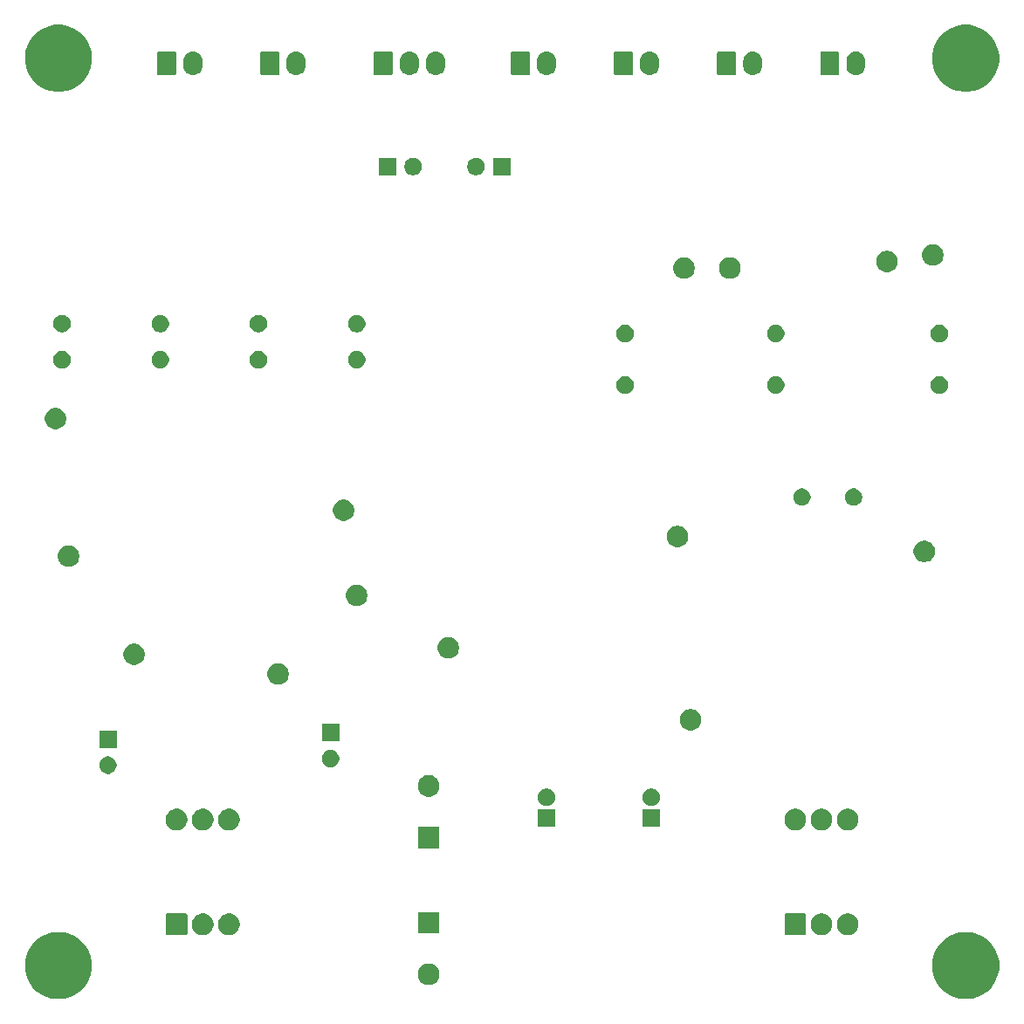
<source format=gbr>
G04 #@! TF.GenerationSoftware,KiCad,Pcbnew,5.1.4*
G04 #@! TF.CreationDate,2019-09-29T22:13:44-04:00*
G04 #@! TF.ProjectId,balanced_amplifier,62616c61-6e63-4656-945f-616d706c6966,1*
G04 #@! TF.SameCoordinates,Original*
G04 #@! TF.FileFunction,Soldermask,Bot*
G04 #@! TF.FilePolarity,Negative*
%FSLAX46Y46*%
G04 Gerber Fmt 4.6, Leading zero omitted, Abs format (unit mm)*
G04 Created by KiCad (PCBNEW 5.1.4) date 2019-09-29 22:13:44*
%MOMM*%
%LPD*%
G04 APERTURE LIST*
%ADD10C,0.100000*%
G04 APERTURE END LIST*
D10*
G36*
X170834239Y-118611467D02*
G01*
X171148282Y-118673934D01*
X171739926Y-118919001D01*
X172272392Y-119274784D01*
X172725216Y-119727608D01*
X173080999Y-120260074D01*
X173326066Y-120851718D01*
X173451000Y-121479804D01*
X173451000Y-122120196D01*
X173326066Y-122748282D01*
X173080999Y-123339926D01*
X172725216Y-123872392D01*
X172272392Y-124325216D01*
X171739926Y-124680999D01*
X171148282Y-124926066D01*
X170834239Y-124988533D01*
X170520197Y-125051000D01*
X169879803Y-125051000D01*
X169565761Y-124988533D01*
X169251718Y-124926066D01*
X168660074Y-124680999D01*
X168127608Y-124325216D01*
X167674784Y-123872392D01*
X167319001Y-123339926D01*
X167073934Y-122748282D01*
X166949000Y-122120196D01*
X166949000Y-121479804D01*
X167073934Y-120851718D01*
X167319001Y-120260074D01*
X167674784Y-119727608D01*
X168127608Y-119274784D01*
X168660074Y-118919001D01*
X169251718Y-118673934D01*
X169565761Y-118611467D01*
X169879803Y-118549000D01*
X170520197Y-118549000D01*
X170834239Y-118611467D01*
X170834239Y-118611467D01*
G37*
G36*
X82834239Y-118611467D02*
G01*
X83148282Y-118673934D01*
X83739926Y-118919001D01*
X84272392Y-119274784D01*
X84725216Y-119727608D01*
X85080999Y-120260074D01*
X85326066Y-120851718D01*
X85451000Y-121479804D01*
X85451000Y-122120196D01*
X85326066Y-122748282D01*
X85080999Y-123339926D01*
X84725216Y-123872392D01*
X84272392Y-124325216D01*
X83739926Y-124680999D01*
X83148282Y-124926066D01*
X82834239Y-124988533D01*
X82520197Y-125051000D01*
X81879803Y-125051000D01*
X81565761Y-124988533D01*
X81251718Y-124926066D01*
X80660074Y-124680999D01*
X80127608Y-124325216D01*
X79674784Y-123872392D01*
X79319001Y-123339926D01*
X79073934Y-122748282D01*
X78949000Y-122120196D01*
X78949000Y-121479804D01*
X79073934Y-120851718D01*
X79319001Y-120260074D01*
X79674784Y-119727608D01*
X80127608Y-119274784D01*
X80660074Y-118919001D01*
X81251718Y-118673934D01*
X81565761Y-118611467D01*
X81879803Y-118549000D01*
X82520197Y-118549000D01*
X82834239Y-118611467D01*
X82834239Y-118611467D01*
G37*
G36*
X118416564Y-121629389D02*
G01*
X118607833Y-121708615D01*
X118607835Y-121708616D01*
X118779973Y-121823635D01*
X118926365Y-121970027D01*
X119026705Y-122120196D01*
X119041385Y-122142167D01*
X119120611Y-122333436D01*
X119161000Y-122536484D01*
X119161000Y-122743516D01*
X119120611Y-122946564D01*
X119041385Y-123137833D01*
X119041384Y-123137835D01*
X118926365Y-123309973D01*
X118779973Y-123456365D01*
X118607835Y-123571384D01*
X118607834Y-123571385D01*
X118607833Y-123571385D01*
X118416564Y-123650611D01*
X118213516Y-123691000D01*
X118006484Y-123691000D01*
X117803436Y-123650611D01*
X117612167Y-123571385D01*
X117612166Y-123571385D01*
X117612165Y-123571384D01*
X117440027Y-123456365D01*
X117293635Y-123309973D01*
X117178616Y-123137835D01*
X117178615Y-123137833D01*
X117099389Y-122946564D01*
X117059000Y-122743516D01*
X117059000Y-122536484D01*
X117099389Y-122333436D01*
X117178615Y-122142167D01*
X117193296Y-122120196D01*
X117293635Y-121970027D01*
X117440027Y-121823635D01*
X117612165Y-121708616D01*
X117612167Y-121708615D01*
X117803436Y-121629389D01*
X118006484Y-121589000D01*
X118213516Y-121589000D01*
X118416564Y-121629389D01*
X118416564Y-121629389D01*
G37*
G36*
X154574852Y-116752840D02*
G01*
X154606443Y-116762423D01*
X154635557Y-116777985D01*
X154661074Y-116798926D01*
X154682015Y-116824443D01*
X154697577Y-116853557D01*
X154707160Y-116885148D01*
X154711000Y-116924140D01*
X154711000Y-118675860D01*
X154707160Y-118714852D01*
X154697577Y-118746443D01*
X154682015Y-118775557D01*
X154661074Y-118801074D01*
X154635557Y-118822015D01*
X154606443Y-118837577D01*
X154574852Y-118847160D01*
X154535860Y-118851000D01*
X152784140Y-118851000D01*
X152745148Y-118847160D01*
X152713557Y-118837577D01*
X152684443Y-118822015D01*
X152658926Y-118801074D01*
X152637985Y-118775557D01*
X152622423Y-118746443D01*
X152612840Y-118714852D01*
X152609000Y-118675860D01*
X152609000Y-116924140D01*
X152612840Y-116885148D01*
X152622423Y-116853557D01*
X152637985Y-116824443D01*
X152658926Y-116798926D01*
X152684443Y-116777985D01*
X152713557Y-116762423D01*
X152745148Y-116752840D01*
X152784140Y-116749000D01*
X154535860Y-116749000D01*
X154574852Y-116752840D01*
X154574852Y-116752840D01*
G37*
G36*
X99046564Y-116789389D02*
G01*
X99230974Y-116865774D01*
X99237835Y-116868616D01*
X99301566Y-116911200D01*
X99409973Y-116983635D01*
X99556365Y-117130027D01*
X99671385Y-117302167D01*
X99750611Y-117493436D01*
X99791000Y-117696484D01*
X99791000Y-117903516D01*
X99750611Y-118106564D01*
X99671385Y-118297833D01*
X99671384Y-118297835D01*
X99556365Y-118469973D01*
X99409973Y-118616365D01*
X99237835Y-118731384D01*
X99237834Y-118731385D01*
X99237833Y-118731385D01*
X99046564Y-118810611D01*
X98843516Y-118851000D01*
X98636484Y-118851000D01*
X98433436Y-118810611D01*
X98242167Y-118731385D01*
X98242166Y-118731385D01*
X98242165Y-118731384D01*
X98070027Y-118616365D01*
X97923635Y-118469973D01*
X97808616Y-118297835D01*
X97808615Y-118297833D01*
X97729389Y-118106564D01*
X97689000Y-117903516D01*
X97689000Y-117696484D01*
X97729389Y-117493436D01*
X97808615Y-117302167D01*
X97923635Y-117130027D01*
X98070027Y-116983635D01*
X98178434Y-116911200D01*
X98242165Y-116868616D01*
X98249026Y-116865774D01*
X98433436Y-116789389D01*
X98636484Y-116749000D01*
X98843516Y-116749000D01*
X99046564Y-116789389D01*
X99046564Y-116789389D01*
G37*
G36*
X96506564Y-116789389D02*
G01*
X96690974Y-116865774D01*
X96697835Y-116868616D01*
X96761566Y-116911200D01*
X96869973Y-116983635D01*
X97016365Y-117130027D01*
X97131385Y-117302167D01*
X97210611Y-117493436D01*
X97251000Y-117696484D01*
X97251000Y-117903516D01*
X97210611Y-118106564D01*
X97131385Y-118297833D01*
X97131384Y-118297835D01*
X97016365Y-118469973D01*
X96869973Y-118616365D01*
X96697835Y-118731384D01*
X96697834Y-118731385D01*
X96697833Y-118731385D01*
X96506564Y-118810611D01*
X96303516Y-118851000D01*
X96096484Y-118851000D01*
X95893436Y-118810611D01*
X95702167Y-118731385D01*
X95702166Y-118731385D01*
X95702165Y-118731384D01*
X95530027Y-118616365D01*
X95383635Y-118469973D01*
X95268616Y-118297835D01*
X95268615Y-118297833D01*
X95189389Y-118106564D01*
X95149000Y-117903516D01*
X95149000Y-117696484D01*
X95189389Y-117493436D01*
X95268615Y-117302167D01*
X95383635Y-117130027D01*
X95530027Y-116983635D01*
X95638434Y-116911200D01*
X95702165Y-116868616D01*
X95709026Y-116865774D01*
X95893436Y-116789389D01*
X96096484Y-116749000D01*
X96303516Y-116749000D01*
X96506564Y-116789389D01*
X96506564Y-116789389D01*
G37*
G36*
X94574852Y-116752840D02*
G01*
X94606443Y-116762423D01*
X94635557Y-116777985D01*
X94661074Y-116798926D01*
X94682015Y-116824443D01*
X94697577Y-116853557D01*
X94707160Y-116885148D01*
X94711000Y-116924140D01*
X94711000Y-118675860D01*
X94707160Y-118714852D01*
X94697577Y-118746443D01*
X94682015Y-118775557D01*
X94661074Y-118801074D01*
X94635557Y-118822015D01*
X94606443Y-118837577D01*
X94574852Y-118847160D01*
X94535860Y-118851000D01*
X92784140Y-118851000D01*
X92745148Y-118847160D01*
X92713557Y-118837577D01*
X92684443Y-118822015D01*
X92658926Y-118801074D01*
X92637985Y-118775557D01*
X92622423Y-118746443D01*
X92612840Y-118714852D01*
X92609000Y-118675860D01*
X92609000Y-116924140D01*
X92612840Y-116885148D01*
X92622423Y-116853557D01*
X92637985Y-116824443D01*
X92658926Y-116798926D01*
X92684443Y-116777985D01*
X92713557Y-116762423D01*
X92745148Y-116752840D01*
X92784140Y-116749000D01*
X94535860Y-116749000D01*
X94574852Y-116752840D01*
X94574852Y-116752840D01*
G37*
G36*
X156506564Y-116789389D02*
G01*
X156690974Y-116865774D01*
X156697835Y-116868616D01*
X156761566Y-116911200D01*
X156869973Y-116983635D01*
X157016365Y-117130027D01*
X157131385Y-117302167D01*
X157210611Y-117493436D01*
X157251000Y-117696484D01*
X157251000Y-117903516D01*
X157210611Y-118106564D01*
X157131385Y-118297833D01*
X157131384Y-118297835D01*
X157016365Y-118469973D01*
X156869973Y-118616365D01*
X156697835Y-118731384D01*
X156697834Y-118731385D01*
X156697833Y-118731385D01*
X156506564Y-118810611D01*
X156303516Y-118851000D01*
X156096484Y-118851000D01*
X155893436Y-118810611D01*
X155702167Y-118731385D01*
X155702166Y-118731385D01*
X155702165Y-118731384D01*
X155530027Y-118616365D01*
X155383635Y-118469973D01*
X155268616Y-118297835D01*
X155268615Y-118297833D01*
X155189389Y-118106564D01*
X155149000Y-117903516D01*
X155149000Y-117696484D01*
X155189389Y-117493436D01*
X155268615Y-117302167D01*
X155383635Y-117130027D01*
X155530027Y-116983635D01*
X155638434Y-116911200D01*
X155702165Y-116868616D01*
X155709026Y-116865774D01*
X155893436Y-116789389D01*
X156096484Y-116749000D01*
X156303516Y-116749000D01*
X156506564Y-116789389D01*
X156506564Y-116789389D01*
G37*
G36*
X159046564Y-116789389D02*
G01*
X159230974Y-116865774D01*
X159237835Y-116868616D01*
X159301566Y-116911200D01*
X159409973Y-116983635D01*
X159556365Y-117130027D01*
X159671385Y-117302167D01*
X159750611Y-117493436D01*
X159791000Y-117696484D01*
X159791000Y-117903516D01*
X159750611Y-118106564D01*
X159671385Y-118297833D01*
X159671384Y-118297835D01*
X159556365Y-118469973D01*
X159409973Y-118616365D01*
X159237835Y-118731384D01*
X159237834Y-118731385D01*
X159237833Y-118731385D01*
X159046564Y-118810611D01*
X158843516Y-118851000D01*
X158636484Y-118851000D01*
X158433436Y-118810611D01*
X158242167Y-118731385D01*
X158242166Y-118731385D01*
X158242165Y-118731384D01*
X158070027Y-118616365D01*
X157923635Y-118469973D01*
X157808616Y-118297835D01*
X157808615Y-118297833D01*
X157729389Y-118106564D01*
X157689000Y-117903516D01*
X157689000Y-117696484D01*
X157729389Y-117493436D01*
X157808615Y-117302167D01*
X157923635Y-117130027D01*
X158070027Y-116983635D01*
X158178434Y-116911200D01*
X158242165Y-116868616D01*
X158249026Y-116865774D01*
X158433436Y-116789389D01*
X158636484Y-116749000D01*
X158843516Y-116749000D01*
X159046564Y-116789389D01*
X159046564Y-116789389D01*
G37*
G36*
X119161000Y-118691000D02*
G01*
X117059000Y-118691000D01*
X117059000Y-116589000D01*
X119161000Y-116589000D01*
X119161000Y-118691000D01*
X119161000Y-118691000D01*
G37*
G36*
X119161000Y-110436000D02*
G01*
X117059000Y-110436000D01*
X117059000Y-108334000D01*
X119161000Y-108334000D01*
X119161000Y-110436000D01*
X119161000Y-110436000D01*
G37*
G36*
X153966564Y-106629389D02*
G01*
X154157833Y-106708615D01*
X154157835Y-106708616D01*
X154329973Y-106823635D01*
X154476365Y-106970027D01*
X154591385Y-107142167D01*
X154670611Y-107333436D01*
X154711000Y-107536484D01*
X154711000Y-107743516D01*
X154670611Y-107946564D01*
X154591385Y-108137833D01*
X154591384Y-108137835D01*
X154476365Y-108309973D01*
X154329973Y-108456365D01*
X154157835Y-108571384D01*
X154157834Y-108571385D01*
X154157833Y-108571385D01*
X153966564Y-108650611D01*
X153763516Y-108691000D01*
X153556484Y-108691000D01*
X153353436Y-108650611D01*
X153162167Y-108571385D01*
X153162166Y-108571385D01*
X153162165Y-108571384D01*
X152990027Y-108456365D01*
X152843635Y-108309973D01*
X152728616Y-108137835D01*
X152728615Y-108137833D01*
X152649389Y-107946564D01*
X152609000Y-107743516D01*
X152609000Y-107536484D01*
X152649389Y-107333436D01*
X152728615Y-107142167D01*
X152843635Y-106970027D01*
X152990027Y-106823635D01*
X153162165Y-106708616D01*
X153162167Y-106708615D01*
X153353436Y-106629389D01*
X153556484Y-106589000D01*
X153763516Y-106589000D01*
X153966564Y-106629389D01*
X153966564Y-106629389D01*
G37*
G36*
X159046564Y-106629389D02*
G01*
X159237833Y-106708615D01*
X159237835Y-106708616D01*
X159409973Y-106823635D01*
X159556365Y-106970027D01*
X159671385Y-107142167D01*
X159750611Y-107333436D01*
X159791000Y-107536484D01*
X159791000Y-107743516D01*
X159750611Y-107946564D01*
X159671385Y-108137833D01*
X159671384Y-108137835D01*
X159556365Y-108309973D01*
X159409973Y-108456365D01*
X159237835Y-108571384D01*
X159237834Y-108571385D01*
X159237833Y-108571385D01*
X159046564Y-108650611D01*
X158843516Y-108691000D01*
X158636484Y-108691000D01*
X158433436Y-108650611D01*
X158242167Y-108571385D01*
X158242166Y-108571385D01*
X158242165Y-108571384D01*
X158070027Y-108456365D01*
X157923635Y-108309973D01*
X157808616Y-108137835D01*
X157808615Y-108137833D01*
X157729389Y-107946564D01*
X157689000Y-107743516D01*
X157689000Y-107536484D01*
X157729389Y-107333436D01*
X157808615Y-107142167D01*
X157923635Y-106970027D01*
X158070027Y-106823635D01*
X158242165Y-106708616D01*
X158242167Y-106708615D01*
X158433436Y-106629389D01*
X158636484Y-106589000D01*
X158843516Y-106589000D01*
X159046564Y-106629389D01*
X159046564Y-106629389D01*
G37*
G36*
X93966564Y-106629389D02*
G01*
X94157833Y-106708615D01*
X94157835Y-106708616D01*
X94329973Y-106823635D01*
X94476365Y-106970027D01*
X94591385Y-107142167D01*
X94670611Y-107333436D01*
X94711000Y-107536484D01*
X94711000Y-107743516D01*
X94670611Y-107946564D01*
X94591385Y-108137833D01*
X94591384Y-108137835D01*
X94476365Y-108309973D01*
X94329973Y-108456365D01*
X94157835Y-108571384D01*
X94157834Y-108571385D01*
X94157833Y-108571385D01*
X93966564Y-108650611D01*
X93763516Y-108691000D01*
X93556484Y-108691000D01*
X93353436Y-108650611D01*
X93162167Y-108571385D01*
X93162166Y-108571385D01*
X93162165Y-108571384D01*
X92990027Y-108456365D01*
X92843635Y-108309973D01*
X92728616Y-108137835D01*
X92728615Y-108137833D01*
X92649389Y-107946564D01*
X92609000Y-107743516D01*
X92609000Y-107536484D01*
X92649389Y-107333436D01*
X92728615Y-107142167D01*
X92843635Y-106970027D01*
X92990027Y-106823635D01*
X93162165Y-106708616D01*
X93162167Y-106708615D01*
X93353436Y-106629389D01*
X93556484Y-106589000D01*
X93763516Y-106589000D01*
X93966564Y-106629389D01*
X93966564Y-106629389D01*
G37*
G36*
X99046564Y-106629389D02*
G01*
X99237833Y-106708615D01*
X99237835Y-106708616D01*
X99409973Y-106823635D01*
X99556365Y-106970027D01*
X99671385Y-107142167D01*
X99750611Y-107333436D01*
X99791000Y-107536484D01*
X99791000Y-107743516D01*
X99750611Y-107946564D01*
X99671385Y-108137833D01*
X99671384Y-108137835D01*
X99556365Y-108309973D01*
X99409973Y-108456365D01*
X99237835Y-108571384D01*
X99237834Y-108571385D01*
X99237833Y-108571385D01*
X99046564Y-108650611D01*
X98843516Y-108691000D01*
X98636484Y-108691000D01*
X98433436Y-108650611D01*
X98242167Y-108571385D01*
X98242166Y-108571385D01*
X98242165Y-108571384D01*
X98070027Y-108456365D01*
X97923635Y-108309973D01*
X97808616Y-108137835D01*
X97808615Y-108137833D01*
X97729389Y-107946564D01*
X97689000Y-107743516D01*
X97689000Y-107536484D01*
X97729389Y-107333436D01*
X97808615Y-107142167D01*
X97923635Y-106970027D01*
X98070027Y-106823635D01*
X98242165Y-106708616D01*
X98242167Y-106708615D01*
X98433436Y-106629389D01*
X98636484Y-106589000D01*
X98843516Y-106589000D01*
X99046564Y-106629389D01*
X99046564Y-106629389D01*
G37*
G36*
X96506564Y-106629389D02*
G01*
X96697833Y-106708615D01*
X96697835Y-106708616D01*
X96869973Y-106823635D01*
X97016365Y-106970027D01*
X97131385Y-107142167D01*
X97210611Y-107333436D01*
X97251000Y-107536484D01*
X97251000Y-107743516D01*
X97210611Y-107946564D01*
X97131385Y-108137833D01*
X97131384Y-108137835D01*
X97016365Y-108309973D01*
X96869973Y-108456365D01*
X96697835Y-108571384D01*
X96697834Y-108571385D01*
X96697833Y-108571385D01*
X96506564Y-108650611D01*
X96303516Y-108691000D01*
X96096484Y-108691000D01*
X95893436Y-108650611D01*
X95702167Y-108571385D01*
X95702166Y-108571385D01*
X95702165Y-108571384D01*
X95530027Y-108456365D01*
X95383635Y-108309973D01*
X95268616Y-108137835D01*
X95268615Y-108137833D01*
X95189389Y-107946564D01*
X95149000Y-107743516D01*
X95149000Y-107536484D01*
X95189389Y-107333436D01*
X95268615Y-107142167D01*
X95383635Y-106970027D01*
X95530027Y-106823635D01*
X95702165Y-106708616D01*
X95702167Y-106708615D01*
X95893436Y-106629389D01*
X96096484Y-106589000D01*
X96303516Y-106589000D01*
X96506564Y-106629389D01*
X96506564Y-106629389D01*
G37*
G36*
X156506564Y-106629389D02*
G01*
X156697833Y-106708615D01*
X156697835Y-106708616D01*
X156869973Y-106823635D01*
X157016365Y-106970027D01*
X157131385Y-107142167D01*
X157210611Y-107333436D01*
X157251000Y-107536484D01*
X157251000Y-107743516D01*
X157210611Y-107946564D01*
X157131385Y-108137833D01*
X157131384Y-108137835D01*
X157016365Y-108309973D01*
X156869973Y-108456365D01*
X156697835Y-108571384D01*
X156697834Y-108571385D01*
X156697833Y-108571385D01*
X156506564Y-108650611D01*
X156303516Y-108691000D01*
X156096484Y-108691000D01*
X155893436Y-108650611D01*
X155702167Y-108571385D01*
X155702166Y-108571385D01*
X155702165Y-108571384D01*
X155530027Y-108456365D01*
X155383635Y-108309973D01*
X155268616Y-108137835D01*
X155268615Y-108137833D01*
X155189389Y-107946564D01*
X155149000Y-107743516D01*
X155149000Y-107536484D01*
X155189389Y-107333436D01*
X155268615Y-107142167D01*
X155383635Y-106970027D01*
X155530027Y-106823635D01*
X155702165Y-106708616D01*
X155702167Y-106708615D01*
X155893436Y-106629389D01*
X156096484Y-106589000D01*
X156303516Y-106589000D01*
X156506564Y-106629389D01*
X156506564Y-106629389D01*
G37*
G36*
X130391000Y-108331000D02*
G01*
X128689000Y-108331000D01*
X128689000Y-106629000D01*
X130391000Y-106629000D01*
X130391000Y-108331000D01*
X130391000Y-108331000D01*
G37*
G36*
X140551000Y-108331000D02*
G01*
X138849000Y-108331000D01*
X138849000Y-106629000D01*
X140551000Y-106629000D01*
X140551000Y-108331000D01*
X140551000Y-108331000D01*
G37*
G36*
X139948228Y-104661703D02*
G01*
X140103100Y-104725853D01*
X140242481Y-104818985D01*
X140361015Y-104937519D01*
X140454147Y-105076900D01*
X140518297Y-105231772D01*
X140551000Y-105396184D01*
X140551000Y-105563816D01*
X140518297Y-105728228D01*
X140454147Y-105883100D01*
X140361015Y-106022481D01*
X140242481Y-106141015D01*
X140103100Y-106234147D01*
X139948228Y-106298297D01*
X139783816Y-106331000D01*
X139616184Y-106331000D01*
X139451772Y-106298297D01*
X139296900Y-106234147D01*
X139157519Y-106141015D01*
X139038985Y-106022481D01*
X138945853Y-105883100D01*
X138881703Y-105728228D01*
X138849000Y-105563816D01*
X138849000Y-105396184D01*
X138881703Y-105231772D01*
X138945853Y-105076900D01*
X139038985Y-104937519D01*
X139157519Y-104818985D01*
X139296900Y-104725853D01*
X139451772Y-104661703D01*
X139616184Y-104629000D01*
X139783816Y-104629000D01*
X139948228Y-104661703D01*
X139948228Y-104661703D01*
G37*
G36*
X129788228Y-104661703D02*
G01*
X129943100Y-104725853D01*
X130082481Y-104818985D01*
X130201015Y-104937519D01*
X130294147Y-105076900D01*
X130358297Y-105231772D01*
X130391000Y-105396184D01*
X130391000Y-105563816D01*
X130358297Y-105728228D01*
X130294147Y-105883100D01*
X130201015Y-106022481D01*
X130082481Y-106141015D01*
X129943100Y-106234147D01*
X129788228Y-106298297D01*
X129623816Y-106331000D01*
X129456184Y-106331000D01*
X129291772Y-106298297D01*
X129136900Y-106234147D01*
X128997519Y-106141015D01*
X128878985Y-106022481D01*
X128785853Y-105883100D01*
X128721703Y-105728228D01*
X128689000Y-105563816D01*
X128689000Y-105396184D01*
X128721703Y-105231772D01*
X128785853Y-105076900D01*
X128878985Y-104937519D01*
X128997519Y-104818985D01*
X129136900Y-104725853D01*
X129291772Y-104661703D01*
X129456184Y-104629000D01*
X129623816Y-104629000D01*
X129788228Y-104661703D01*
X129788228Y-104661703D01*
G37*
G36*
X118416564Y-103374389D02*
G01*
X118607833Y-103453615D01*
X118607835Y-103453616D01*
X118779973Y-103568635D01*
X118926365Y-103715027D01*
X119041385Y-103887167D01*
X119120611Y-104078436D01*
X119161000Y-104281484D01*
X119161000Y-104488516D01*
X119120611Y-104691564D01*
X119041385Y-104882833D01*
X119041384Y-104882835D01*
X118926365Y-105054973D01*
X118779973Y-105201365D01*
X118607835Y-105316384D01*
X118607834Y-105316385D01*
X118607833Y-105316385D01*
X118416564Y-105395611D01*
X118213516Y-105436000D01*
X118006484Y-105436000D01*
X117803436Y-105395611D01*
X117612167Y-105316385D01*
X117612166Y-105316385D01*
X117612165Y-105316384D01*
X117440027Y-105201365D01*
X117293635Y-105054973D01*
X117178616Y-104882835D01*
X117178615Y-104882833D01*
X117099389Y-104691564D01*
X117059000Y-104488516D01*
X117059000Y-104281484D01*
X117099389Y-104078436D01*
X117178615Y-103887167D01*
X117293635Y-103715027D01*
X117440027Y-103568635D01*
X117612165Y-103453616D01*
X117612167Y-103453615D01*
X117803436Y-103374389D01*
X118006484Y-103334000D01*
X118213516Y-103334000D01*
X118416564Y-103374389D01*
X118416564Y-103374389D01*
G37*
G36*
X87243228Y-101541703D02*
G01*
X87398100Y-101605853D01*
X87537481Y-101698985D01*
X87656015Y-101817519D01*
X87749147Y-101956900D01*
X87813297Y-102111772D01*
X87846000Y-102276184D01*
X87846000Y-102443816D01*
X87813297Y-102608228D01*
X87749147Y-102763100D01*
X87656015Y-102902481D01*
X87537481Y-103021015D01*
X87398100Y-103114147D01*
X87243228Y-103178297D01*
X87078816Y-103211000D01*
X86911184Y-103211000D01*
X86746772Y-103178297D01*
X86591900Y-103114147D01*
X86452519Y-103021015D01*
X86333985Y-102902481D01*
X86240853Y-102763100D01*
X86176703Y-102608228D01*
X86144000Y-102443816D01*
X86144000Y-102276184D01*
X86176703Y-102111772D01*
X86240853Y-101956900D01*
X86333985Y-101817519D01*
X86452519Y-101698985D01*
X86591900Y-101605853D01*
X86746772Y-101541703D01*
X86911184Y-101509000D01*
X87078816Y-101509000D01*
X87243228Y-101541703D01*
X87243228Y-101541703D01*
G37*
G36*
X108833228Y-100906703D02*
G01*
X108988100Y-100970853D01*
X109127481Y-101063985D01*
X109246015Y-101182519D01*
X109339147Y-101321900D01*
X109403297Y-101476772D01*
X109436000Y-101641184D01*
X109436000Y-101808816D01*
X109403297Y-101973228D01*
X109339147Y-102128100D01*
X109246015Y-102267481D01*
X109127481Y-102386015D01*
X108988100Y-102479147D01*
X108833228Y-102543297D01*
X108668816Y-102576000D01*
X108501184Y-102576000D01*
X108336772Y-102543297D01*
X108181900Y-102479147D01*
X108042519Y-102386015D01*
X107923985Y-102267481D01*
X107830853Y-102128100D01*
X107766703Y-101973228D01*
X107734000Y-101808816D01*
X107734000Y-101641184D01*
X107766703Y-101476772D01*
X107830853Y-101321900D01*
X107923985Y-101182519D01*
X108042519Y-101063985D01*
X108181900Y-100970853D01*
X108336772Y-100906703D01*
X108501184Y-100874000D01*
X108668816Y-100874000D01*
X108833228Y-100906703D01*
X108833228Y-100906703D01*
G37*
G36*
X87846000Y-100711000D02*
G01*
X86144000Y-100711000D01*
X86144000Y-99009000D01*
X87846000Y-99009000D01*
X87846000Y-100711000D01*
X87846000Y-100711000D01*
G37*
G36*
X109436000Y-100076000D02*
G01*
X107734000Y-100076000D01*
X107734000Y-98374000D01*
X109436000Y-98374000D01*
X109436000Y-100076000D01*
X109436000Y-100076000D01*
G37*
G36*
X143816564Y-96944389D02*
G01*
X144007833Y-97023615D01*
X144007835Y-97023616D01*
X144179973Y-97138635D01*
X144326365Y-97285027D01*
X144441385Y-97457167D01*
X144520611Y-97648436D01*
X144561000Y-97851484D01*
X144561000Y-98058516D01*
X144520611Y-98261564D01*
X144441385Y-98452833D01*
X144441384Y-98452835D01*
X144326365Y-98624973D01*
X144179973Y-98771365D01*
X144007835Y-98886384D01*
X144007834Y-98886385D01*
X144007833Y-98886385D01*
X143816564Y-98965611D01*
X143613516Y-99006000D01*
X143406484Y-99006000D01*
X143203436Y-98965611D01*
X143012167Y-98886385D01*
X143012166Y-98886385D01*
X143012165Y-98886384D01*
X142840027Y-98771365D01*
X142693635Y-98624973D01*
X142578616Y-98452835D01*
X142578615Y-98452833D01*
X142499389Y-98261564D01*
X142459000Y-98058516D01*
X142459000Y-97851484D01*
X142499389Y-97648436D01*
X142578615Y-97457167D01*
X142693635Y-97285027D01*
X142840027Y-97138635D01*
X143012165Y-97023616D01*
X143012167Y-97023615D01*
X143203436Y-96944389D01*
X143406484Y-96904000D01*
X143613516Y-96904000D01*
X143816564Y-96944389D01*
X143816564Y-96944389D01*
G37*
G36*
X103811564Y-92499389D02*
G01*
X103900880Y-92536385D01*
X104002835Y-92578616D01*
X104058200Y-92615610D01*
X104174973Y-92693635D01*
X104321365Y-92840027D01*
X104436385Y-93012167D01*
X104515611Y-93203436D01*
X104556000Y-93406484D01*
X104556000Y-93613516D01*
X104515611Y-93816564D01*
X104436385Y-94007833D01*
X104436384Y-94007835D01*
X104321365Y-94179973D01*
X104174973Y-94326365D01*
X104002835Y-94441384D01*
X104002834Y-94441385D01*
X104002833Y-94441385D01*
X103811564Y-94520611D01*
X103608516Y-94561000D01*
X103401484Y-94561000D01*
X103198436Y-94520611D01*
X103007167Y-94441385D01*
X103007166Y-94441385D01*
X103007165Y-94441384D01*
X102835027Y-94326365D01*
X102688635Y-94179973D01*
X102573616Y-94007835D01*
X102573615Y-94007833D01*
X102494389Y-93816564D01*
X102454000Y-93613516D01*
X102454000Y-93406484D01*
X102494389Y-93203436D01*
X102573615Y-93012167D01*
X102688635Y-92840027D01*
X102835027Y-92693635D01*
X102951800Y-92615610D01*
X103007165Y-92578616D01*
X103109120Y-92536385D01*
X103198436Y-92499389D01*
X103401484Y-92459000D01*
X103608516Y-92459000D01*
X103811564Y-92499389D01*
X103811564Y-92499389D01*
G37*
G36*
X89841564Y-90594389D02*
G01*
X90032833Y-90673615D01*
X90032835Y-90673616D01*
X90204973Y-90788635D01*
X90351365Y-90935027D01*
X90466385Y-91107167D01*
X90545611Y-91298436D01*
X90586000Y-91501484D01*
X90586000Y-91708516D01*
X90545611Y-91911564D01*
X90500281Y-92021000D01*
X90466384Y-92102835D01*
X90351365Y-92274973D01*
X90204973Y-92421365D01*
X90032835Y-92536384D01*
X90032834Y-92536385D01*
X90032833Y-92536385D01*
X89841564Y-92615611D01*
X89638516Y-92656000D01*
X89431484Y-92656000D01*
X89228436Y-92615611D01*
X89037167Y-92536385D01*
X89037166Y-92536385D01*
X89037165Y-92536384D01*
X88865027Y-92421365D01*
X88718635Y-92274973D01*
X88603616Y-92102835D01*
X88569719Y-92021000D01*
X88524389Y-91911564D01*
X88484000Y-91708516D01*
X88484000Y-91501484D01*
X88524389Y-91298436D01*
X88603615Y-91107167D01*
X88718635Y-90935027D01*
X88865027Y-90788635D01*
X89037165Y-90673616D01*
X89037167Y-90673615D01*
X89228436Y-90594389D01*
X89431484Y-90554000D01*
X89638516Y-90554000D01*
X89841564Y-90594389D01*
X89841564Y-90594389D01*
G37*
G36*
X120321564Y-89959389D02*
G01*
X120512833Y-90038615D01*
X120512835Y-90038616D01*
X120684973Y-90153635D01*
X120831365Y-90300027D01*
X120946385Y-90472167D01*
X121025611Y-90663436D01*
X121066000Y-90866484D01*
X121066000Y-91073516D01*
X121025611Y-91276564D01*
X121016551Y-91298436D01*
X120946384Y-91467835D01*
X120831365Y-91639973D01*
X120684973Y-91786365D01*
X120512835Y-91901384D01*
X120512834Y-91901385D01*
X120512833Y-91901385D01*
X120321564Y-91980611D01*
X120118516Y-92021000D01*
X119911484Y-92021000D01*
X119708436Y-91980611D01*
X119517167Y-91901385D01*
X119517166Y-91901385D01*
X119517165Y-91901384D01*
X119345027Y-91786365D01*
X119198635Y-91639973D01*
X119083616Y-91467835D01*
X119013449Y-91298436D01*
X119004389Y-91276564D01*
X118964000Y-91073516D01*
X118964000Y-90866484D01*
X119004389Y-90663436D01*
X119083615Y-90472167D01*
X119198635Y-90300027D01*
X119345027Y-90153635D01*
X119517165Y-90038616D01*
X119517167Y-90038615D01*
X119708436Y-89959389D01*
X119911484Y-89919000D01*
X120118516Y-89919000D01*
X120321564Y-89959389D01*
X120321564Y-89959389D01*
G37*
G36*
X111431564Y-84879389D02*
G01*
X111622833Y-84958615D01*
X111622835Y-84958616D01*
X111794973Y-85073635D01*
X111941365Y-85220027D01*
X112056385Y-85392167D01*
X112135611Y-85583436D01*
X112176000Y-85786484D01*
X112176000Y-85993516D01*
X112135611Y-86196564D01*
X112056385Y-86387833D01*
X112056384Y-86387835D01*
X111941365Y-86559973D01*
X111794973Y-86706365D01*
X111622835Y-86821384D01*
X111622834Y-86821385D01*
X111622833Y-86821385D01*
X111431564Y-86900611D01*
X111228516Y-86941000D01*
X111021484Y-86941000D01*
X110818436Y-86900611D01*
X110627167Y-86821385D01*
X110627166Y-86821385D01*
X110627165Y-86821384D01*
X110455027Y-86706365D01*
X110308635Y-86559973D01*
X110193616Y-86387835D01*
X110193615Y-86387833D01*
X110114389Y-86196564D01*
X110074000Y-85993516D01*
X110074000Y-85786484D01*
X110114389Y-85583436D01*
X110193615Y-85392167D01*
X110308635Y-85220027D01*
X110455027Y-85073635D01*
X110627165Y-84958616D01*
X110627167Y-84958615D01*
X110818436Y-84879389D01*
X111021484Y-84839000D01*
X111228516Y-84839000D01*
X111431564Y-84879389D01*
X111431564Y-84879389D01*
G37*
G36*
X83491564Y-81069389D02*
G01*
X83682833Y-81148615D01*
X83682835Y-81148616D01*
X83854973Y-81263635D01*
X84001365Y-81410027D01*
X84072499Y-81516486D01*
X84116385Y-81582167D01*
X84195611Y-81773436D01*
X84236000Y-81976484D01*
X84236000Y-82183516D01*
X84195611Y-82386564D01*
X84127340Y-82551385D01*
X84116384Y-82577835D01*
X84001365Y-82749973D01*
X83854973Y-82896365D01*
X83682835Y-83011384D01*
X83682834Y-83011385D01*
X83682833Y-83011385D01*
X83491564Y-83090611D01*
X83288516Y-83131000D01*
X83081484Y-83131000D01*
X82878436Y-83090611D01*
X82687167Y-83011385D01*
X82687166Y-83011385D01*
X82687165Y-83011384D01*
X82515027Y-82896365D01*
X82368635Y-82749973D01*
X82253616Y-82577835D01*
X82242660Y-82551385D01*
X82174389Y-82386564D01*
X82134000Y-82183516D01*
X82134000Y-81976484D01*
X82174389Y-81773436D01*
X82253615Y-81582167D01*
X82297502Y-81516486D01*
X82368635Y-81410027D01*
X82515027Y-81263635D01*
X82687165Y-81148616D01*
X82687167Y-81148615D01*
X82878436Y-81069389D01*
X83081484Y-81029000D01*
X83288516Y-81029000D01*
X83491564Y-81069389D01*
X83491564Y-81069389D01*
G37*
G36*
X166486564Y-80609389D02*
G01*
X166677833Y-80688615D01*
X166677835Y-80688616D01*
X166849973Y-80803635D01*
X166996365Y-80950027D01*
X167111385Y-81122167D01*
X167190611Y-81313436D01*
X167231000Y-81516484D01*
X167231000Y-81723516D01*
X167190611Y-81926564D01*
X167111385Y-82117833D01*
X167111384Y-82117835D01*
X166996365Y-82289973D01*
X166849973Y-82436365D01*
X166677835Y-82551384D01*
X166677834Y-82551385D01*
X166677833Y-82551385D01*
X166486564Y-82630611D01*
X166283516Y-82671000D01*
X166076484Y-82671000D01*
X165873436Y-82630611D01*
X165682167Y-82551385D01*
X165682166Y-82551385D01*
X165682165Y-82551384D01*
X165510027Y-82436365D01*
X165363635Y-82289973D01*
X165248616Y-82117835D01*
X165248615Y-82117833D01*
X165169389Y-81926564D01*
X165129000Y-81723516D01*
X165129000Y-81516484D01*
X165169389Y-81313436D01*
X165248615Y-81122167D01*
X165363635Y-80950027D01*
X165510027Y-80803635D01*
X165682165Y-80688616D01*
X165682167Y-80688615D01*
X165873436Y-80609389D01*
X166076484Y-80569000D01*
X166283516Y-80569000D01*
X166486564Y-80609389D01*
X166486564Y-80609389D01*
G37*
G36*
X142546564Y-79164389D02*
G01*
X142737833Y-79243615D01*
X142737835Y-79243616D01*
X142909973Y-79358635D01*
X143056365Y-79505027D01*
X143171385Y-79677167D01*
X143250611Y-79868436D01*
X143291000Y-80071484D01*
X143291000Y-80278516D01*
X143250611Y-80481564D01*
X143214394Y-80569000D01*
X143171384Y-80672835D01*
X143056365Y-80844973D01*
X142909973Y-80991365D01*
X142737835Y-81106384D01*
X142737834Y-81106385D01*
X142737833Y-81106385D01*
X142546564Y-81185611D01*
X142343516Y-81226000D01*
X142136484Y-81226000D01*
X141933436Y-81185611D01*
X141742167Y-81106385D01*
X141742166Y-81106385D01*
X141742165Y-81106384D01*
X141570027Y-80991365D01*
X141423635Y-80844973D01*
X141308616Y-80672835D01*
X141265606Y-80569000D01*
X141229389Y-80481564D01*
X141189000Y-80278516D01*
X141189000Y-80071484D01*
X141229389Y-79868436D01*
X141308615Y-79677167D01*
X141423635Y-79505027D01*
X141570027Y-79358635D01*
X141742165Y-79243616D01*
X141742167Y-79243615D01*
X141933436Y-79164389D01*
X142136484Y-79124000D01*
X142343516Y-79124000D01*
X142546564Y-79164389D01*
X142546564Y-79164389D01*
G37*
G36*
X110161564Y-76624389D02*
G01*
X110352833Y-76703615D01*
X110352835Y-76703616D01*
X110524973Y-76818635D01*
X110671365Y-76965027D01*
X110774345Y-77119147D01*
X110786385Y-77137167D01*
X110865611Y-77328436D01*
X110906000Y-77531484D01*
X110906000Y-77738516D01*
X110865611Y-77941564D01*
X110786385Y-78132833D01*
X110786384Y-78132835D01*
X110671365Y-78304973D01*
X110524973Y-78451365D01*
X110352835Y-78566384D01*
X110352834Y-78566385D01*
X110352833Y-78566385D01*
X110161564Y-78645611D01*
X109958516Y-78686000D01*
X109751484Y-78686000D01*
X109548436Y-78645611D01*
X109357167Y-78566385D01*
X109357166Y-78566385D01*
X109357165Y-78566384D01*
X109185027Y-78451365D01*
X109038635Y-78304973D01*
X108923616Y-78132835D01*
X108923615Y-78132833D01*
X108844389Y-77941564D01*
X108804000Y-77738516D01*
X108804000Y-77531484D01*
X108844389Y-77328436D01*
X108923615Y-77137167D01*
X108935656Y-77119147D01*
X109038635Y-76965027D01*
X109185027Y-76818635D01*
X109357165Y-76703616D01*
X109357167Y-76703615D01*
X109548436Y-76624389D01*
X109751484Y-76584000D01*
X109958516Y-76584000D01*
X110161564Y-76624389D01*
X110161564Y-76624389D01*
G37*
G36*
X154553228Y-75546703D02*
G01*
X154708100Y-75610853D01*
X154847481Y-75703985D01*
X154966015Y-75822519D01*
X155059147Y-75961900D01*
X155123297Y-76116772D01*
X155156000Y-76281184D01*
X155156000Y-76448816D01*
X155123297Y-76613228D01*
X155059147Y-76768100D01*
X154966015Y-76907481D01*
X154847481Y-77026015D01*
X154708100Y-77119147D01*
X154553228Y-77183297D01*
X154388816Y-77216000D01*
X154221184Y-77216000D01*
X154056772Y-77183297D01*
X153901900Y-77119147D01*
X153762519Y-77026015D01*
X153643985Y-76907481D01*
X153550853Y-76768100D01*
X153486703Y-76613228D01*
X153454000Y-76448816D01*
X153454000Y-76281184D01*
X153486703Y-76116772D01*
X153550853Y-75961900D01*
X153643985Y-75822519D01*
X153762519Y-75703985D01*
X153901900Y-75610853D01*
X154056772Y-75546703D01*
X154221184Y-75514000D01*
X154388816Y-75514000D01*
X154553228Y-75546703D01*
X154553228Y-75546703D01*
G37*
G36*
X159553228Y-75546703D02*
G01*
X159708100Y-75610853D01*
X159847481Y-75703985D01*
X159966015Y-75822519D01*
X160059147Y-75961900D01*
X160123297Y-76116772D01*
X160156000Y-76281184D01*
X160156000Y-76448816D01*
X160123297Y-76613228D01*
X160059147Y-76768100D01*
X159966015Y-76907481D01*
X159847481Y-77026015D01*
X159708100Y-77119147D01*
X159553228Y-77183297D01*
X159388816Y-77216000D01*
X159221184Y-77216000D01*
X159056772Y-77183297D01*
X158901900Y-77119147D01*
X158762519Y-77026015D01*
X158643985Y-76907481D01*
X158550853Y-76768100D01*
X158486703Y-76613228D01*
X158454000Y-76448816D01*
X158454000Y-76281184D01*
X158486703Y-76116772D01*
X158550853Y-75961900D01*
X158643985Y-75822519D01*
X158762519Y-75703985D01*
X158901900Y-75610853D01*
X159056772Y-75546703D01*
X159221184Y-75514000D01*
X159388816Y-75514000D01*
X159553228Y-75546703D01*
X159553228Y-75546703D01*
G37*
G36*
X82221564Y-67734389D02*
G01*
X82412833Y-67813615D01*
X82412835Y-67813616D01*
X82584973Y-67928635D01*
X82731365Y-68075027D01*
X82846385Y-68247167D01*
X82925611Y-68438436D01*
X82966000Y-68641484D01*
X82966000Y-68848516D01*
X82925611Y-69051564D01*
X82846385Y-69242833D01*
X82846384Y-69242835D01*
X82731365Y-69414973D01*
X82584973Y-69561365D01*
X82412835Y-69676384D01*
X82412834Y-69676385D01*
X82412833Y-69676385D01*
X82221564Y-69755611D01*
X82018516Y-69796000D01*
X81811484Y-69796000D01*
X81608436Y-69755611D01*
X81417167Y-69676385D01*
X81417166Y-69676385D01*
X81417165Y-69676384D01*
X81245027Y-69561365D01*
X81098635Y-69414973D01*
X80983616Y-69242835D01*
X80983615Y-69242833D01*
X80904389Y-69051564D01*
X80864000Y-68848516D01*
X80864000Y-68641484D01*
X80904389Y-68438436D01*
X80983615Y-68247167D01*
X81098635Y-68075027D01*
X81245027Y-67928635D01*
X81417165Y-67813616D01*
X81417167Y-67813615D01*
X81608436Y-67734389D01*
X81811484Y-67694000D01*
X82018516Y-67694000D01*
X82221564Y-67734389D01*
X82221564Y-67734389D01*
G37*
G36*
X137408228Y-64671703D02*
G01*
X137563100Y-64735853D01*
X137702481Y-64828985D01*
X137821015Y-64947519D01*
X137914147Y-65086900D01*
X137978297Y-65241772D01*
X138011000Y-65406184D01*
X138011000Y-65573816D01*
X137978297Y-65738228D01*
X137914147Y-65893100D01*
X137821015Y-66032481D01*
X137702481Y-66151015D01*
X137563100Y-66244147D01*
X137408228Y-66308297D01*
X137243816Y-66341000D01*
X137076184Y-66341000D01*
X136911772Y-66308297D01*
X136756900Y-66244147D01*
X136617519Y-66151015D01*
X136498985Y-66032481D01*
X136405853Y-65893100D01*
X136341703Y-65738228D01*
X136309000Y-65573816D01*
X136309000Y-65406184D01*
X136341703Y-65241772D01*
X136405853Y-65086900D01*
X136498985Y-64947519D01*
X136617519Y-64828985D01*
X136756900Y-64735853D01*
X136911772Y-64671703D01*
X137076184Y-64639000D01*
X137243816Y-64639000D01*
X137408228Y-64671703D01*
X137408228Y-64671703D01*
G37*
G36*
X152013228Y-64671703D02*
G01*
X152168100Y-64735853D01*
X152307481Y-64828985D01*
X152426015Y-64947519D01*
X152519147Y-65086900D01*
X152583297Y-65241772D01*
X152616000Y-65406184D01*
X152616000Y-65573816D01*
X152583297Y-65738228D01*
X152519147Y-65893100D01*
X152426015Y-66032481D01*
X152307481Y-66151015D01*
X152168100Y-66244147D01*
X152013228Y-66308297D01*
X151848816Y-66341000D01*
X151681184Y-66341000D01*
X151516772Y-66308297D01*
X151361900Y-66244147D01*
X151222519Y-66151015D01*
X151103985Y-66032481D01*
X151010853Y-65893100D01*
X150946703Y-65738228D01*
X150914000Y-65573816D01*
X150914000Y-65406184D01*
X150946703Y-65241772D01*
X151010853Y-65086900D01*
X151103985Y-64947519D01*
X151222519Y-64828985D01*
X151361900Y-64735853D01*
X151516772Y-64671703D01*
X151681184Y-64639000D01*
X151848816Y-64639000D01*
X152013228Y-64671703D01*
X152013228Y-64671703D01*
G37*
G36*
X167888228Y-64671703D02*
G01*
X168043100Y-64735853D01*
X168182481Y-64828985D01*
X168301015Y-64947519D01*
X168394147Y-65086900D01*
X168458297Y-65241772D01*
X168491000Y-65406184D01*
X168491000Y-65573816D01*
X168458297Y-65738228D01*
X168394147Y-65893100D01*
X168301015Y-66032481D01*
X168182481Y-66151015D01*
X168043100Y-66244147D01*
X167888228Y-66308297D01*
X167723816Y-66341000D01*
X167556184Y-66341000D01*
X167391772Y-66308297D01*
X167236900Y-66244147D01*
X167097519Y-66151015D01*
X166978985Y-66032481D01*
X166885853Y-65893100D01*
X166821703Y-65738228D01*
X166789000Y-65573816D01*
X166789000Y-65406184D01*
X166821703Y-65241772D01*
X166885853Y-65086900D01*
X166978985Y-64947519D01*
X167097519Y-64828985D01*
X167236900Y-64735853D01*
X167391772Y-64671703D01*
X167556184Y-64639000D01*
X167723816Y-64639000D01*
X167888228Y-64671703D01*
X167888228Y-64671703D01*
G37*
G36*
X111373228Y-62211703D02*
G01*
X111528100Y-62275853D01*
X111667481Y-62368985D01*
X111786015Y-62487519D01*
X111879147Y-62626900D01*
X111943297Y-62781772D01*
X111976000Y-62946184D01*
X111976000Y-63113816D01*
X111943297Y-63278228D01*
X111879147Y-63433100D01*
X111786015Y-63572481D01*
X111667481Y-63691015D01*
X111528100Y-63784147D01*
X111373228Y-63848297D01*
X111208816Y-63881000D01*
X111041184Y-63881000D01*
X110876772Y-63848297D01*
X110721900Y-63784147D01*
X110582519Y-63691015D01*
X110463985Y-63572481D01*
X110370853Y-63433100D01*
X110306703Y-63278228D01*
X110274000Y-63113816D01*
X110274000Y-62946184D01*
X110306703Y-62781772D01*
X110370853Y-62626900D01*
X110463985Y-62487519D01*
X110582519Y-62368985D01*
X110721900Y-62275853D01*
X110876772Y-62211703D01*
X111041184Y-62179000D01*
X111208816Y-62179000D01*
X111373228Y-62211703D01*
X111373228Y-62211703D01*
G37*
G36*
X82798228Y-62211703D02*
G01*
X82953100Y-62275853D01*
X83092481Y-62368985D01*
X83211015Y-62487519D01*
X83304147Y-62626900D01*
X83368297Y-62781772D01*
X83401000Y-62946184D01*
X83401000Y-63113816D01*
X83368297Y-63278228D01*
X83304147Y-63433100D01*
X83211015Y-63572481D01*
X83092481Y-63691015D01*
X82953100Y-63784147D01*
X82798228Y-63848297D01*
X82633816Y-63881000D01*
X82466184Y-63881000D01*
X82301772Y-63848297D01*
X82146900Y-63784147D01*
X82007519Y-63691015D01*
X81888985Y-63572481D01*
X81795853Y-63433100D01*
X81731703Y-63278228D01*
X81699000Y-63113816D01*
X81699000Y-62946184D01*
X81731703Y-62781772D01*
X81795853Y-62626900D01*
X81888985Y-62487519D01*
X82007519Y-62368985D01*
X82146900Y-62275853D01*
X82301772Y-62211703D01*
X82466184Y-62179000D01*
X82633816Y-62179000D01*
X82798228Y-62211703D01*
X82798228Y-62211703D01*
G37*
G36*
X92323228Y-62211703D02*
G01*
X92478100Y-62275853D01*
X92617481Y-62368985D01*
X92736015Y-62487519D01*
X92829147Y-62626900D01*
X92893297Y-62781772D01*
X92926000Y-62946184D01*
X92926000Y-63113816D01*
X92893297Y-63278228D01*
X92829147Y-63433100D01*
X92736015Y-63572481D01*
X92617481Y-63691015D01*
X92478100Y-63784147D01*
X92323228Y-63848297D01*
X92158816Y-63881000D01*
X91991184Y-63881000D01*
X91826772Y-63848297D01*
X91671900Y-63784147D01*
X91532519Y-63691015D01*
X91413985Y-63572481D01*
X91320853Y-63433100D01*
X91256703Y-63278228D01*
X91224000Y-63113816D01*
X91224000Y-62946184D01*
X91256703Y-62781772D01*
X91320853Y-62626900D01*
X91413985Y-62487519D01*
X91532519Y-62368985D01*
X91671900Y-62275853D01*
X91826772Y-62211703D01*
X91991184Y-62179000D01*
X92158816Y-62179000D01*
X92323228Y-62211703D01*
X92323228Y-62211703D01*
G37*
G36*
X101848228Y-62211703D02*
G01*
X102003100Y-62275853D01*
X102142481Y-62368985D01*
X102261015Y-62487519D01*
X102354147Y-62626900D01*
X102418297Y-62781772D01*
X102451000Y-62946184D01*
X102451000Y-63113816D01*
X102418297Y-63278228D01*
X102354147Y-63433100D01*
X102261015Y-63572481D01*
X102142481Y-63691015D01*
X102003100Y-63784147D01*
X101848228Y-63848297D01*
X101683816Y-63881000D01*
X101516184Y-63881000D01*
X101351772Y-63848297D01*
X101196900Y-63784147D01*
X101057519Y-63691015D01*
X100938985Y-63572481D01*
X100845853Y-63433100D01*
X100781703Y-63278228D01*
X100749000Y-63113816D01*
X100749000Y-62946184D01*
X100781703Y-62781772D01*
X100845853Y-62626900D01*
X100938985Y-62487519D01*
X101057519Y-62368985D01*
X101196900Y-62275853D01*
X101351772Y-62211703D01*
X101516184Y-62179000D01*
X101683816Y-62179000D01*
X101848228Y-62211703D01*
X101848228Y-62211703D01*
G37*
G36*
X152013228Y-59671703D02*
G01*
X152168100Y-59735853D01*
X152307481Y-59828985D01*
X152426015Y-59947519D01*
X152519147Y-60086900D01*
X152583297Y-60241772D01*
X152616000Y-60406184D01*
X152616000Y-60573816D01*
X152583297Y-60738228D01*
X152519147Y-60893100D01*
X152426015Y-61032481D01*
X152307481Y-61151015D01*
X152168100Y-61244147D01*
X152013228Y-61308297D01*
X151848816Y-61341000D01*
X151681184Y-61341000D01*
X151516772Y-61308297D01*
X151361900Y-61244147D01*
X151222519Y-61151015D01*
X151103985Y-61032481D01*
X151010853Y-60893100D01*
X150946703Y-60738228D01*
X150914000Y-60573816D01*
X150914000Y-60406184D01*
X150946703Y-60241772D01*
X151010853Y-60086900D01*
X151103985Y-59947519D01*
X151222519Y-59828985D01*
X151361900Y-59735853D01*
X151516772Y-59671703D01*
X151681184Y-59639000D01*
X151848816Y-59639000D01*
X152013228Y-59671703D01*
X152013228Y-59671703D01*
G37*
G36*
X167888228Y-59671703D02*
G01*
X168043100Y-59735853D01*
X168182481Y-59828985D01*
X168301015Y-59947519D01*
X168394147Y-60086900D01*
X168458297Y-60241772D01*
X168491000Y-60406184D01*
X168491000Y-60573816D01*
X168458297Y-60738228D01*
X168394147Y-60893100D01*
X168301015Y-61032481D01*
X168182481Y-61151015D01*
X168043100Y-61244147D01*
X167888228Y-61308297D01*
X167723816Y-61341000D01*
X167556184Y-61341000D01*
X167391772Y-61308297D01*
X167236900Y-61244147D01*
X167097519Y-61151015D01*
X166978985Y-61032481D01*
X166885853Y-60893100D01*
X166821703Y-60738228D01*
X166789000Y-60573816D01*
X166789000Y-60406184D01*
X166821703Y-60241772D01*
X166885853Y-60086900D01*
X166978985Y-59947519D01*
X167097519Y-59828985D01*
X167236900Y-59735853D01*
X167391772Y-59671703D01*
X167556184Y-59639000D01*
X167723816Y-59639000D01*
X167888228Y-59671703D01*
X167888228Y-59671703D01*
G37*
G36*
X137408228Y-59671703D02*
G01*
X137563100Y-59735853D01*
X137702481Y-59828985D01*
X137821015Y-59947519D01*
X137914147Y-60086900D01*
X137978297Y-60241772D01*
X138011000Y-60406184D01*
X138011000Y-60573816D01*
X137978297Y-60738228D01*
X137914147Y-60893100D01*
X137821015Y-61032481D01*
X137702481Y-61151015D01*
X137563100Y-61244147D01*
X137408228Y-61308297D01*
X137243816Y-61341000D01*
X137076184Y-61341000D01*
X136911772Y-61308297D01*
X136756900Y-61244147D01*
X136617519Y-61151015D01*
X136498985Y-61032481D01*
X136405853Y-60893100D01*
X136341703Y-60738228D01*
X136309000Y-60573816D01*
X136309000Y-60406184D01*
X136341703Y-60241772D01*
X136405853Y-60086900D01*
X136498985Y-59947519D01*
X136617519Y-59828985D01*
X136756900Y-59735853D01*
X136911772Y-59671703D01*
X137076184Y-59639000D01*
X137243816Y-59639000D01*
X137408228Y-59671703D01*
X137408228Y-59671703D01*
G37*
G36*
X82798228Y-58711703D02*
G01*
X82953100Y-58775853D01*
X83092481Y-58868985D01*
X83211015Y-58987519D01*
X83304147Y-59126900D01*
X83368297Y-59281772D01*
X83401000Y-59446184D01*
X83401000Y-59613816D01*
X83368297Y-59778228D01*
X83304147Y-59933100D01*
X83211015Y-60072481D01*
X83092481Y-60191015D01*
X82953100Y-60284147D01*
X82798228Y-60348297D01*
X82633816Y-60381000D01*
X82466184Y-60381000D01*
X82301772Y-60348297D01*
X82146900Y-60284147D01*
X82007519Y-60191015D01*
X81888985Y-60072481D01*
X81795853Y-59933100D01*
X81731703Y-59778228D01*
X81699000Y-59613816D01*
X81699000Y-59446184D01*
X81731703Y-59281772D01*
X81795853Y-59126900D01*
X81888985Y-58987519D01*
X82007519Y-58868985D01*
X82146900Y-58775853D01*
X82301772Y-58711703D01*
X82466184Y-58679000D01*
X82633816Y-58679000D01*
X82798228Y-58711703D01*
X82798228Y-58711703D01*
G37*
G36*
X92323228Y-58711703D02*
G01*
X92478100Y-58775853D01*
X92617481Y-58868985D01*
X92736015Y-58987519D01*
X92829147Y-59126900D01*
X92893297Y-59281772D01*
X92926000Y-59446184D01*
X92926000Y-59613816D01*
X92893297Y-59778228D01*
X92829147Y-59933100D01*
X92736015Y-60072481D01*
X92617481Y-60191015D01*
X92478100Y-60284147D01*
X92323228Y-60348297D01*
X92158816Y-60381000D01*
X91991184Y-60381000D01*
X91826772Y-60348297D01*
X91671900Y-60284147D01*
X91532519Y-60191015D01*
X91413985Y-60072481D01*
X91320853Y-59933100D01*
X91256703Y-59778228D01*
X91224000Y-59613816D01*
X91224000Y-59446184D01*
X91256703Y-59281772D01*
X91320853Y-59126900D01*
X91413985Y-58987519D01*
X91532519Y-58868985D01*
X91671900Y-58775853D01*
X91826772Y-58711703D01*
X91991184Y-58679000D01*
X92158816Y-58679000D01*
X92323228Y-58711703D01*
X92323228Y-58711703D01*
G37*
G36*
X101848228Y-58711703D02*
G01*
X102003100Y-58775853D01*
X102142481Y-58868985D01*
X102261015Y-58987519D01*
X102354147Y-59126900D01*
X102418297Y-59281772D01*
X102451000Y-59446184D01*
X102451000Y-59613816D01*
X102418297Y-59778228D01*
X102354147Y-59933100D01*
X102261015Y-60072481D01*
X102142481Y-60191015D01*
X102003100Y-60284147D01*
X101848228Y-60348297D01*
X101683816Y-60381000D01*
X101516184Y-60381000D01*
X101351772Y-60348297D01*
X101196900Y-60284147D01*
X101057519Y-60191015D01*
X100938985Y-60072481D01*
X100845853Y-59933100D01*
X100781703Y-59778228D01*
X100749000Y-59613816D01*
X100749000Y-59446184D01*
X100781703Y-59281772D01*
X100845853Y-59126900D01*
X100938985Y-58987519D01*
X101057519Y-58868985D01*
X101196900Y-58775853D01*
X101351772Y-58711703D01*
X101516184Y-58679000D01*
X101683816Y-58679000D01*
X101848228Y-58711703D01*
X101848228Y-58711703D01*
G37*
G36*
X111373228Y-58711703D02*
G01*
X111528100Y-58775853D01*
X111667481Y-58868985D01*
X111786015Y-58987519D01*
X111879147Y-59126900D01*
X111943297Y-59281772D01*
X111976000Y-59446184D01*
X111976000Y-59613816D01*
X111943297Y-59778228D01*
X111879147Y-59933100D01*
X111786015Y-60072481D01*
X111667481Y-60191015D01*
X111528100Y-60284147D01*
X111373228Y-60348297D01*
X111208816Y-60381000D01*
X111041184Y-60381000D01*
X110876772Y-60348297D01*
X110721900Y-60284147D01*
X110582519Y-60191015D01*
X110463985Y-60072481D01*
X110370853Y-59933100D01*
X110306703Y-59778228D01*
X110274000Y-59613816D01*
X110274000Y-59446184D01*
X110306703Y-59281772D01*
X110370853Y-59126900D01*
X110463985Y-58987519D01*
X110582519Y-58868985D01*
X110721900Y-58775853D01*
X110876772Y-58711703D01*
X111041184Y-58679000D01*
X111208816Y-58679000D01*
X111373228Y-58711703D01*
X111373228Y-58711703D01*
G37*
G36*
X147626564Y-53129389D02*
G01*
X147817833Y-53208615D01*
X147817835Y-53208616D01*
X147989973Y-53323635D01*
X148136365Y-53470027D01*
X148251385Y-53642167D01*
X148330611Y-53833436D01*
X148371000Y-54036484D01*
X148371000Y-54243516D01*
X148330611Y-54446564D01*
X148285281Y-54556000D01*
X148251384Y-54637835D01*
X148136365Y-54809973D01*
X147989973Y-54956365D01*
X147817835Y-55071384D01*
X147817834Y-55071385D01*
X147817833Y-55071385D01*
X147626564Y-55150611D01*
X147423516Y-55191000D01*
X147216484Y-55191000D01*
X147013436Y-55150611D01*
X146822167Y-55071385D01*
X146822166Y-55071385D01*
X146822165Y-55071384D01*
X146650027Y-54956365D01*
X146503635Y-54809973D01*
X146388616Y-54637835D01*
X146354719Y-54556000D01*
X146309389Y-54446564D01*
X146269000Y-54243516D01*
X146269000Y-54036484D01*
X146309389Y-53833436D01*
X146388615Y-53642167D01*
X146503635Y-53470027D01*
X146650027Y-53323635D01*
X146822165Y-53208616D01*
X146822167Y-53208615D01*
X147013436Y-53129389D01*
X147216484Y-53089000D01*
X147423516Y-53089000D01*
X147626564Y-53129389D01*
X147626564Y-53129389D01*
G37*
G36*
X143181564Y-53129389D02*
G01*
X143372833Y-53208615D01*
X143372835Y-53208616D01*
X143544973Y-53323635D01*
X143691365Y-53470027D01*
X143806385Y-53642167D01*
X143885611Y-53833436D01*
X143926000Y-54036484D01*
X143926000Y-54243516D01*
X143885611Y-54446564D01*
X143840281Y-54556000D01*
X143806384Y-54637835D01*
X143691365Y-54809973D01*
X143544973Y-54956365D01*
X143372835Y-55071384D01*
X143372834Y-55071385D01*
X143372833Y-55071385D01*
X143181564Y-55150611D01*
X142978516Y-55191000D01*
X142771484Y-55191000D01*
X142568436Y-55150611D01*
X142377167Y-55071385D01*
X142377166Y-55071385D01*
X142377165Y-55071384D01*
X142205027Y-54956365D01*
X142058635Y-54809973D01*
X141943616Y-54637835D01*
X141909719Y-54556000D01*
X141864389Y-54446564D01*
X141824000Y-54243516D01*
X141824000Y-54036484D01*
X141864389Y-53833436D01*
X141943615Y-53642167D01*
X142058635Y-53470027D01*
X142205027Y-53323635D01*
X142377165Y-53208616D01*
X142377167Y-53208615D01*
X142568436Y-53129389D01*
X142771484Y-53089000D01*
X142978516Y-53089000D01*
X143181564Y-53129389D01*
X143181564Y-53129389D01*
G37*
G36*
X162866564Y-52494389D02*
G01*
X163057833Y-52573615D01*
X163057835Y-52573616D01*
X163229973Y-52688635D01*
X163376365Y-52835027D01*
X163491385Y-53007167D01*
X163570611Y-53198436D01*
X163611000Y-53401484D01*
X163611000Y-53608516D01*
X163570611Y-53811564D01*
X163525281Y-53921000D01*
X163491384Y-54002835D01*
X163376365Y-54174973D01*
X163229973Y-54321365D01*
X163057835Y-54436384D01*
X163057834Y-54436385D01*
X163057833Y-54436385D01*
X162866564Y-54515611D01*
X162663516Y-54556000D01*
X162456484Y-54556000D01*
X162253436Y-54515611D01*
X162062167Y-54436385D01*
X162062166Y-54436385D01*
X162062165Y-54436384D01*
X161890027Y-54321365D01*
X161743635Y-54174973D01*
X161628616Y-54002835D01*
X161594719Y-53921000D01*
X161549389Y-53811564D01*
X161509000Y-53608516D01*
X161509000Y-53401484D01*
X161549389Y-53198436D01*
X161628615Y-53007167D01*
X161743635Y-52835027D01*
X161890027Y-52688635D01*
X162062165Y-52573616D01*
X162062167Y-52573615D01*
X162253436Y-52494389D01*
X162456484Y-52454000D01*
X162663516Y-52454000D01*
X162866564Y-52494389D01*
X162866564Y-52494389D01*
G37*
G36*
X167311564Y-51859389D02*
G01*
X167502833Y-51938615D01*
X167502835Y-51938616D01*
X167674973Y-52053635D01*
X167821365Y-52200027D01*
X167936385Y-52372167D01*
X168015611Y-52563436D01*
X168056000Y-52766484D01*
X168056000Y-52973516D01*
X168015611Y-53176564D01*
X167954692Y-53323635D01*
X167936384Y-53367835D01*
X167821365Y-53539973D01*
X167674973Y-53686365D01*
X167502835Y-53801384D01*
X167502834Y-53801385D01*
X167502833Y-53801385D01*
X167311564Y-53880611D01*
X167108516Y-53921000D01*
X166901484Y-53921000D01*
X166698436Y-53880611D01*
X166507167Y-53801385D01*
X166507166Y-53801385D01*
X166507165Y-53801384D01*
X166335027Y-53686365D01*
X166188635Y-53539973D01*
X166073616Y-53367835D01*
X166055308Y-53323635D01*
X165994389Y-53176564D01*
X165954000Y-52973516D01*
X165954000Y-52766484D01*
X165994389Y-52563436D01*
X166073615Y-52372167D01*
X166188635Y-52200027D01*
X166335027Y-52053635D01*
X166507165Y-51938616D01*
X166507167Y-51938615D01*
X166698436Y-51859389D01*
X166901484Y-51819000D01*
X167108516Y-51819000D01*
X167311564Y-51859389D01*
X167311564Y-51859389D01*
G37*
G36*
X116848228Y-43481703D02*
G01*
X117003100Y-43545853D01*
X117142481Y-43638985D01*
X117261015Y-43757519D01*
X117354147Y-43896900D01*
X117418297Y-44051772D01*
X117451000Y-44216184D01*
X117451000Y-44383816D01*
X117418297Y-44548228D01*
X117354147Y-44703100D01*
X117261015Y-44842481D01*
X117142481Y-44961015D01*
X117003100Y-45054147D01*
X116848228Y-45118297D01*
X116683816Y-45151000D01*
X116516184Y-45151000D01*
X116351772Y-45118297D01*
X116196900Y-45054147D01*
X116057519Y-44961015D01*
X115938985Y-44842481D01*
X115845853Y-44703100D01*
X115781703Y-44548228D01*
X115749000Y-44383816D01*
X115749000Y-44216184D01*
X115781703Y-44051772D01*
X115845853Y-43896900D01*
X115938985Y-43757519D01*
X116057519Y-43638985D01*
X116196900Y-43545853D01*
X116351772Y-43481703D01*
X116516184Y-43449000D01*
X116683816Y-43449000D01*
X116848228Y-43481703D01*
X116848228Y-43481703D01*
G37*
G36*
X122948228Y-43481703D02*
G01*
X123103100Y-43545853D01*
X123242481Y-43638985D01*
X123361015Y-43757519D01*
X123454147Y-43896900D01*
X123518297Y-44051772D01*
X123551000Y-44216184D01*
X123551000Y-44383816D01*
X123518297Y-44548228D01*
X123454147Y-44703100D01*
X123361015Y-44842481D01*
X123242481Y-44961015D01*
X123103100Y-45054147D01*
X122948228Y-45118297D01*
X122783816Y-45151000D01*
X122616184Y-45151000D01*
X122451772Y-45118297D01*
X122296900Y-45054147D01*
X122157519Y-44961015D01*
X122038985Y-44842481D01*
X121945853Y-44703100D01*
X121881703Y-44548228D01*
X121849000Y-44383816D01*
X121849000Y-44216184D01*
X121881703Y-44051772D01*
X121945853Y-43896900D01*
X122038985Y-43757519D01*
X122157519Y-43638985D01*
X122296900Y-43545853D01*
X122451772Y-43481703D01*
X122616184Y-43449000D01*
X122783816Y-43449000D01*
X122948228Y-43481703D01*
X122948228Y-43481703D01*
G37*
G36*
X114951000Y-45151000D02*
G01*
X113249000Y-45151000D01*
X113249000Y-43449000D01*
X114951000Y-43449000D01*
X114951000Y-45151000D01*
X114951000Y-45151000D01*
G37*
G36*
X126051000Y-45151000D02*
G01*
X124349000Y-45151000D01*
X124349000Y-43449000D01*
X126051000Y-43449000D01*
X126051000Y-45151000D01*
X126051000Y-45151000D01*
G37*
G36*
X170834239Y-30611467D02*
G01*
X171148282Y-30673934D01*
X171739926Y-30919001D01*
X172272392Y-31274784D01*
X172725216Y-31727608D01*
X173080999Y-32260074D01*
X173326066Y-32851718D01*
X173387850Y-33162326D01*
X173415337Y-33300511D01*
X173451000Y-33479804D01*
X173451000Y-34120196D01*
X173326066Y-34748282D01*
X173080999Y-35339926D01*
X172725216Y-35872392D01*
X172272392Y-36325216D01*
X171739926Y-36680999D01*
X171148282Y-36926066D01*
X170834239Y-36988533D01*
X170520197Y-37051000D01*
X169879803Y-37051000D01*
X169565761Y-36988533D01*
X169251718Y-36926066D01*
X168660074Y-36680999D01*
X168127608Y-36325216D01*
X167674784Y-35872392D01*
X167319001Y-35339926D01*
X167073934Y-34748282D01*
X166949000Y-34120196D01*
X166949000Y-33479804D01*
X166984664Y-33300511D01*
X167012150Y-33162326D01*
X167073934Y-32851718D01*
X167319001Y-32260074D01*
X167674784Y-31727608D01*
X168127608Y-31274784D01*
X168660074Y-30919001D01*
X169251718Y-30673934D01*
X169565761Y-30611467D01*
X169879803Y-30549000D01*
X170520197Y-30549000D01*
X170834239Y-30611467D01*
X170834239Y-30611467D01*
G37*
G36*
X82834239Y-30611467D02*
G01*
X83148282Y-30673934D01*
X83739926Y-30919001D01*
X84272392Y-31274784D01*
X84725216Y-31727608D01*
X85080999Y-32260074D01*
X85326066Y-32851718D01*
X85387850Y-33162326D01*
X85415337Y-33300511D01*
X85451000Y-33479804D01*
X85451000Y-34120196D01*
X85326066Y-34748282D01*
X85080999Y-35339926D01*
X84725216Y-35872392D01*
X84272392Y-36325216D01*
X83739926Y-36680999D01*
X83148282Y-36926066D01*
X82834239Y-36988533D01*
X82520197Y-37051000D01*
X81879803Y-37051000D01*
X81565761Y-36988533D01*
X81251718Y-36926066D01*
X80660074Y-36680999D01*
X80127608Y-36325216D01*
X79674784Y-35872392D01*
X79319001Y-35339926D01*
X79073934Y-34748282D01*
X78949000Y-34120196D01*
X78949000Y-33479804D01*
X78984664Y-33300511D01*
X79012150Y-33162326D01*
X79073934Y-32851718D01*
X79319001Y-32260074D01*
X79674784Y-31727608D01*
X80127608Y-31274784D01*
X80660074Y-30919001D01*
X81251718Y-30673934D01*
X81565761Y-30611467D01*
X81879803Y-30549000D01*
X82520197Y-30549000D01*
X82834239Y-30611467D01*
X82834239Y-30611467D01*
G37*
G36*
X95420547Y-33162326D02*
G01*
X95594156Y-33214990D01*
X95594158Y-33214991D01*
X95754155Y-33300511D01*
X95894397Y-33415603D01*
X95973729Y-33512271D01*
X96009489Y-33555844D01*
X96095010Y-33715843D01*
X96147674Y-33889452D01*
X96161000Y-34024756D01*
X96161000Y-34575243D01*
X96147674Y-34710548D01*
X96095010Y-34884157D01*
X96009489Y-35044156D01*
X95973729Y-35087729D01*
X95894397Y-35184397D01*
X95797729Y-35263729D01*
X95754156Y-35299489D01*
X95594157Y-35385010D01*
X95420548Y-35437674D01*
X95240000Y-35455456D01*
X95059453Y-35437674D01*
X94885844Y-35385010D01*
X94725845Y-35299489D01*
X94682272Y-35263729D01*
X94585604Y-35184397D01*
X94470513Y-35044157D01*
X94470512Y-35044155D01*
X94384990Y-34884157D01*
X94332326Y-34710548D01*
X94319000Y-34575244D01*
X94319000Y-34024757D01*
X94332326Y-33889453D01*
X94384990Y-33715844D01*
X94470511Y-33555845D01*
X94470512Y-33555844D01*
X94585603Y-33415603D01*
X94711388Y-33312375D01*
X94725844Y-33300511D01*
X94885843Y-33214990D01*
X95059452Y-33162326D01*
X95240000Y-33144544D01*
X95420547Y-33162326D01*
X95420547Y-33162326D01*
G37*
G36*
X139720547Y-33162326D02*
G01*
X139894156Y-33214990D01*
X139894158Y-33214991D01*
X140054155Y-33300511D01*
X140194397Y-33415603D01*
X140273729Y-33512271D01*
X140309489Y-33555844D01*
X140395010Y-33715843D01*
X140447674Y-33889452D01*
X140461000Y-34024756D01*
X140461000Y-34575243D01*
X140447674Y-34710548D01*
X140395010Y-34884157D01*
X140309489Y-35044156D01*
X140273729Y-35087729D01*
X140194397Y-35184397D01*
X140097729Y-35263729D01*
X140054156Y-35299489D01*
X139894157Y-35385010D01*
X139720548Y-35437674D01*
X139540000Y-35455456D01*
X139359453Y-35437674D01*
X139185844Y-35385010D01*
X139025845Y-35299489D01*
X138982272Y-35263729D01*
X138885604Y-35184397D01*
X138770513Y-35044157D01*
X138770512Y-35044155D01*
X138684990Y-34884157D01*
X138632326Y-34710548D01*
X138619000Y-34575244D01*
X138619000Y-34024757D01*
X138632326Y-33889453D01*
X138684990Y-33715844D01*
X138770511Y-33555845D01*
X138770512Y-33555844D01*
X138885603Y-33415603D01*
X139011388Y-33312375D01*
X139025844Y-33300511D01*
X139185843Y-33214990D01*
X139359452Y-33162326D01*
X139540000Y-33144544D01*
X139720547Y-33162326D01*
X139720547Y-33162326D01*
G37*
G36*
X159720547Y-33162326D02*
G01*
X159894156Y-33214990D01*
X159894158Y-33214991D01*
X160054155Y-33300511D01*
X160194397Y-33415603D01*
X160273729Y-33512271D01*
X160309489Y-33555844D01*
X160395010Y-33715843D01*
X160447674Y-33889452D01*
X160461000Y-34024756D01*
X160461000Y-34575243D01*
X160447674Y-34710548D01*
X160395010Y-34884157D01*
X160309489Y-35044156D01*
X160273729Y-35087729D01*
X160194397Y-35184397D01*
X160097729Y-35263729D01*
X160054156Y-35299489D01*
X159894157Y-35385010D01*
X159720548Y-35437674D01*
X159540000Y-35455456D01*
X159359453Y-35437674D01*
X159185844Y-35385010D01*
X159025845Y-35299489D01*
X158982272Y-35263729D01*
X158885604Y-35184397D01*
X158770513Y-35044157D01*
X158770512Y-35044155D01*
X158684990Y-34884157D01*
X158632326Y-34710548D01*
X158619000Y-34575244D01*
X158619000Y-34024757D01*
X158632326Y-33889453D01*
X158684990Y-33715844D01*
X158770511Y-33555845D01*
X158770512Y-33555844D01*
X158885603Y-33415603D01*
X159011388Y-33312375D01*
X159025844Y-33300511D01*
X159185843Y-33214990D01*
X159359452Y-33162326D01*
X159540000Y-33144544D01*
X159720547Y-33162326D01*
X159720547Y-33162326D01*
G37*
G36*
X105420547Y-33162326D02*
G01*
X105594156Y-33214990D01*
X105594158Y-33214991D01*
X105754155Y-33300511D01*
X105894397Y-33415603D01*
X105973729Y-33512271D01*
X106009489Y-33555844D01*
X106095010Y-33715843D01*
X106147674Y-33889452D01*
X106161000Y-34024756D01*
X106161000Y-34575243D01*
X106147674Y-34710548D01*
X106095010Y-34884157D01*
X106009489Y-35044156D01*
X105973729Y-35087729D01*
X105894397Y-35184397D01*
X105797729Y-35263729D01*
X105754156Y-35299489D01*
X105594157Y-35385010D01*
X105420548Y-35437674D01*
X105240000Y-35455456D01*
X105059453Y-35437674D01*
X104885844Y-35385010D01*
X104725845Y-35299489D01*
X104682272Y-35263729D01*
X104585604Y-35184397D01*
X104470513Y-35044157D01*
X104470512Y-35044155D01*
X104384990Y-34884157D01*
X104332326Y-34710548D01*
X104319000Y-34575244D01*
X104319000Y-34024757D01*
X104332326Y-33889453D01*
X104384990Y-33715844D01*
X104470511Y-33555845D01*
X104470512Y-33555844D01*
X104585603Y-33415603D01*
X104711388Y-33312375D01*
X104725844Y-33300511D01*
X104885843Y-33214990D01*
X105059452Y-33162326D01*
X105240000Y-33144544D01*
X105420547Y-33162326D01*
X105420547Y-33162326D01*
G37*
G36*
X116420547Y-33162326D02*
G01*
X116594156Y-33214990D01*
X116594158Y-33214991D01*
X116754155Y-33300511D01*
X116894397Y-33415603D01*
X116973729Y-33512271D01*
X117009489Y-33555844D01*
X117095010Y-33715843D01*
X117147674Y-33889452D01*
X117161000Y-34024756D01*
X117161000Y-34575243D01*
X117147674Y-34710548D01*
X117095010Y-34884157D01*
X117009489Y-35044156D01*
X116973729Y-35087729D01*
X116894397Y-35184397D01*
X116797729Y-35263729D01*
X116754156Y-35299489D01*
X116594157Y-35385010D01*
X116420548Y-35437674D01*
X116240000Y-35455456D01*
X116059453Y-35437674D01*
X115885844Y-35385010D01*
X115725845Y-35299489D01*
X115682272Y-35263729D01*
X115585604Y-35184397D01*
X115470513Y-35044157D01*
X115470512Y-35044155D01*
X115384990Y-34884157D01*
X115332326Y-34710548D01*
X115319000Y-34575244D01*
X115319000Y-34024757D01*
X115332326Y-33889453D01*
X115384990Y-33715844D01*
X115470511Y-33555845D01*
X115470512Y-33555844D01*
X115585603Y-33415603D01*
X115711388Y-33312375D01*
X115725844Y-33300511D01*
X115885843Y-33214990D01*
X116059452Y-33162326D01*
X116240000Y-33144544D01*
X116420547Y-33162326D01*
X116420547Y-33162326D01*
G37*
G36*
X118960547Y-33162326D02*
G01*
X119134156Y-33214990D01*
X119134158Y-33214991D01*
X119294155Y-33300511D01*
X119434397Y-33415603D01*
X119513729Y-33512271D01*
X119549489Y-33555844D01*
X119635010Y-33715843D01*
X119687674Y-33889452D01*
X119701000Y-34024756D01*
X119701000Y-34575243D01*
X119687674Y-34710548D01*
X119635010Y-34884157D01*
X119549489Y-35044156D01*
X119513729Y-35087729D01*
X119434397Y-35184397D01*
X119337729Y-35263729D01*
X119294156Y-35299489D01*
X119134157Y-35385010D01*
X118960548Y-35437674D01*
X118780000Y-35455456D01*
X118599453Y-35437674D01*
X118425844Y-35385010D01*
X118265845Y-35299489D01*
X118222272Y-35263729D01*
X118125604Y-35184397D01*
X118010513Y-35044157D01*
X118010512Y-35044155D01*
X117924990Y-34884157D01*
X117872326Y-34710548D01*
X117859000Y-34575244D01*
X117859000Y-34024757D01*
X117872326Y-33889453D01*
X117924990Y-33715844D01*
X118010511Y-33555845D01*
X118010512Y-33555844D01*
X118125603Y-33415603D01*
X118251388Y-33312375D01*
X118265844Y-33300511D01*
X118425843Y-33214990D01*
X118599452Y-33162326D01*
X118780000Y-33144544D01*
X118960547Y-33162326D01*
X118960547Y-33162326D01*
G37*
G36*
X129720547Y-33162326D02*
G01*
X129894156Y-33214990D01*
X129894158Y-33214991D01*
X130054155Y-33300511D01*
X130194397Y-33415603D01*
X130273729Y-33512271D01*
X130309489Y-33555844D01*
X130395010Y-33715843D01*
X130447674Y-33889452D01*
X130461000Y-34024756D01*
X130461000Y-34575243D01*
X130447674Y-34710548D01*
X130395010Y-34884157D01*
X130309489Y-35044156D01*
X130273729Y-35087729D01*
X130194397Y-35184397D01*
X130097729Y-35263729D01*
X130054156Y-35299489D01*
X129894157Y-35385010D01*
X129720548Y-35437674D01*
X129540000Y-35455456D01*
X129359453Y-35437674D01*
X129185844Y-35385010D01*
X129025845Y-35299489D01*
X128982272Y-35263729D01*
X128885604Y-35184397D01*
X128770513Y-35044157D01*
X128770512Y-35044155D01*
X128684990Y-34884157D01*
X128632326Y-34710548D01*
X128619000Y-34575244D01*
X128619000Y-34024757D01*
X128632326Y-33889453D01*
X128684990Y-33715844D01*
X128770511Y-33555845D01*
X128770512Y-33555844D01*
X128885603Y-33415603D01*
X129011388Y-33312375D01*
X129025844Y-33300511D01*
X129185843Y-33214990D01*
X129359452Y-33162326D01*
X129540000Y-33144544D01*
X129720547Y-33162326D01*
X129720547Y-33162326D01*
G37*
G36*
X149720547Y-33162326D02*
G01*
X149894156Y-33214990D01*
X149894158Y-33214991D01*
X150054155Y-33300511D01*
X150194397Y-33415603D01*
X150273729Y-33512271D01*
X150309489Y-33555844D01*
X150395010Y-33715843D01*
X150447674Y-33889452D01*
X150461000Y-34024756D01*
X150461000Y-34575243D01*
X150447674Y-34710548D01*
X150395010Y-34884157D01*
X150309489Y-35044156D01*
X150273729Y-35087729D01*
X150194397Y-35184397D01*
X150097729Y-35263729D01*
X150054156Y-35299489D01*
X149894157Y-35385010D01*
X149720548Y-35437674D01*
X149540000Y-35455456D01*
X149359453Y-35437674D01*
X149185844Y-35385010D01*
X149025845Y-35299489D01*
X148982272Y-35263729D01*
X148885604Y-35184397D01*
X148770513Y-35044157D01*
X148770512Y-35044155D01*
X148684990Y-34884157D01*
X148632326Y-34710548D01*
X148619000Y-34575244D01*
X148619000Y-34024757D01*
X148632326Y-33889453D01*
X148684990Y-33715844D01*
X148770511Y-33555845D01*
X148770512Y-33555844D01*
X148885603Y-33415603D01*
X149011388Y-33312375D01*
X149025844Y-33300511D01*
X149185843Y-33214990D01*
X149359452Y-33162326D01*
X149540000Y-33144544D01*
X149720547Y-33162326D01*
X149720547Y-33162326D01*
G37*
G36*
X103479561Y-33152966D02*
G01*
X103512383Y-33162923D01*
X103542632Y-33179092D01*
X103569148Y-33200852D01*
X103590908Y-33227368D01*
X103607077Y-33257617D01*
X103617034Y-33290439D01*
X103621000Y-33330713D01*
X103621000Y-35269287D01*
X103617034Y-35309561D01*
X103607077Y-35342383D01*
X103590908Y-35372632D01*
X103569148Y-35399148D01*
X103542632Y-35420908D01*
X103512383Y-35437077D01*
X103479561Y-35447034D01*
X103439287Y-35451000D01*
X101960713Y-35451000D01*
X101920439Y-35447034D01*
X101887617Y-35437077D01*
X101857368Y-35420908D01*
X101830852Y-35399148D01*
X101809092Y-35372632D01*
X101792923Y-35342383D01*
X101782966Y-35309561D01*
X101779000Y-35269287D01*
X101779000Y-33330713D01*
X101782966Y-33290439D01*
X101792923Y-33257617D01*
X101809092Y-33227368D01*
X101830852Y-33200852D01*
X101857368Y-33179092D01*
X101887617Y-33162923D01*
X101920439Y-33152966D01*
X101960713Y-33149000D01*
X103439287Y-33149000D01*
X103479561Y-33152966D01*
X103479561Y-33152966D01*
G37*
G36*
X93479561Y-33152966D02*
G01*
X93512383Y-33162923D01*
X93542632Y-33179092D01*
X93569148Y-33200852D01*
X93590908Y-33227368D01*
X93607077Y-33257617D01*
X93617034Y-33290439D01*
X93621000Y-33330713D01*
X93621000Y-35269287D01*
X93617034Y-35309561D01*
X93607077Y-35342383D01*
X93590908Y-35372632D01*
X93569148Y-35399148D01*
X93542632Y-35420908D01*
X93512383Y-35437077D01*
X93479561Y-35447034D01*
X93439287Y-35451000D01*
X91960713Y-35451000D01*
X91920439Y-35447034D01*
X91887617Y-35437077D01*
X91857368Y-35420908D01*
X91830852Y-35399148D01*
X91809092Y-35372632D01*
X91792923Y-35342383D01*
X91782966Y-35309561D01*
X91779000Y-35269287D01*
X91779000Y-33330713D01*
X91782966Y-33290439D01*
X91792923Y-33257617D01*
X91809092Y-33227368D01*
X91830852Y-33200852D01*
X91857368Y-33179092D01*
X91887617Y-33162923D01*
X91920439Y-33152966D01*
X91960713Y-33149000D01*
X93439287Y-33149000D01*
X93479561Y-33152966D01*
X93479561Y-33152966D01*
G37*
G36*
X127779561Y-33152966D02*
G01*
X127812383Y-33162923D01*
X127842632Y-33179092D01*
X127869148Y-33200852D01*
X127890908Y-33227368D01*
X127907077Y-33257617D01*
X127917034Y-33290439D01*
X127921000Y-33330713D01*
X127921000Y-35269287D01*
X127917034Y-35309561D01*
X127907077Y-35342383D01*
X127890908Y-35372632D01*
X127869148Y-35399148D01*
X127842632Y-35420908D01*
X127812383Y-35437077D01*
X127779561Y-35447034D01*
X127739287Y-35451000D01*
X126260713Y-35451000D01*
X126220439Y-35447034D01*
X126187617Y-35437077D01*
X126157368Y-35420908D01*
X126130852Y-35399148D01*
X126109092Y-35372632D01*
X126092923Y-35342383D01*
X126082966Y-35309561D01*
X126079000Y-35269287D01*
X126079000Y-33330713D01*
X126082966Y-33290439D01*
X126092923Y-33257617D01*
X126109092Y-33227368D01*
X126130852Y-33200852D01*
X126157368Y-33179092D01*
X126187617Y-33162923D01*
X126220439Y-33152966D01*
X126260713Y-33149000D01*
X127739287Y-33149000D01*
X127779561Y-33152966D01*
X127779561Y-33152966D01*
G37*
G36*
X114479561Y-33152966D02*
G01*
X114512383Y-33162923D01*
X114542632Y-33179092D01*
X114569148Y-33200852D01*
X114590908Y-33227368D01*
X114607077Y-33257617D01*
X114617034Y-33290439D01*
X114621000Y-33330713D01*
X114621000Y-35269287D01*
X114617034Y-35309561D01*
X114607077Y-35342383D01*
X114590908Y-35372632D01*
X114569148Y-35399148D01*
X114542632Y-35420908D01*
X114512383Y-35437077D01*
X114479561Y-35447034D01*
X114439287Y-35451000D01*
X112960713Y-35451000D01*
X112920439Y-35447034D01*
X112887617Y-35437077D01*
X112857368Y-35420908D01*
X112830852Y-35399148D01*
X112809092Y-35372632D01*
X112792923Y-35342383D01*
X112782966Y-35309561D01*
X112779000Y-35269287D01*
X112779000Y-33330713D01*
X112782966Y-33290439D01*
X112792923Y-33257617D01*
X112809092Y-33227368D01*
X112830852Y-33200852D01*
X112857368Y-33179092D01*
X112887617Y-33162923D01*
X112920439Y-33152966D01*
X112960713Y-33149000D01*
X114439287Y-33149000D01*
X114479561Y-33152966D01*
X114479561Y-33152966D01*
G37*
G36*
X137779561Y-33152966D02*
G01*
X137812383Y-33162923D01*
X137842632Y-33179092D01*
X137869148Y-33200852D01*
X137890908Y-33227368D01*
X137907077Y-33257617D01*
X137917034Y-33290439D01*
X137921000Y-33330713D01*
X137921000Y-35269287D01*
X137917034Y-35309561D01*
X137907077Y-35342383D01*
X137890908Y-35372632D01*
X137869148Y-35399148D01*
X137842632Y-35420908D01*
X137812383Y-35437077D01*
X137779561Y-35447034D01*
X137739287Y-35451000D01*
X136260713Y-35451000D01*
X136220439Y-35447034D01*
X136187617Y-35437077D01*
X136157368Y-35420908D01*
X136130852Y-35399148D01*
X136109092Y-35372632D01*
X136092923Y-35342383D01*
X136082966Y-35309561D01*
X136079000Y-35269287D01*
X136079000Y-33330713D01*
X136082966Y-33290439D01*
X136092923Y-33257617D01*
X136109092Y-33227368D01*
X136130852Y-33200852D01*
X136157368Y-33179092D01*
X136187617Y-33162923D01*
X136220439Y-33152966D01*
X136260713Y-33149000D01*
X137739287Y-33149000D01*
X137779561Y-33152966D01*
X137779561Y-33152966D01*
G37*
G36*
X147779561Y-33152966D02*
G01*
X147812383Y-33162923D01*
X147842632Y-33179092D01*
X147869148Y-33200852D01*
X147890908Y-33227368D01*
X147907077Y-33257617D01*
X147917034Y-33290439D01*
X147921000Y-33330713D01*
X147921000Y-35269287D01*
X147917034Y-35309561D01*
X147907077Y-35342383D01*
X147890908Y-35372632D01*
X147869148Y-35399148D01*
X147842632Y-35420908D01*
X147812383Y-35437077D01*
X147779561Y-35447034D01*
X147739287Y-35451000D01*
X146260713Y-35451000D01*
X146220439Y-35447034D01*
X146187617Y-35437077D01*
X146157368Y-35420908D01*
X146130852Y-35399148D01*
X146109092Y-35372632D01*
X146092923Y-35342383D01*
X146082966Y-35309561D01*
X146079000Y-35269287D01*
X146079000Y-33330713D01*
X146082966Y-33290439D01*
X146092923Y-33257617D01*
X146109092Y-33227368D01*
X146130852Y-33200852D01*
X146157368Y-33179092D01*
X146187617Y-33162923D01*
X146220439Y-33152966D01*
X146260713Y-33149000D01*
X147739287Y-33149000D01*
X147779561Y-33152966D01*
X147779561Y-33152966D01*
G37*
G36*
X157779561Y-33152966D02*
G01*
X157812383Y-33162923D01*
X157842632Y-33179092D01*
X157869148Y-33200852D01*
X157890908Y-33227368D01*
X157907077Y-33257617D01*
X157917034Y-33290439D01*
X157921000Y-33330713D01*
X157921000Y-35269287D01*
X157917034Y-35309561D01*
X157907077Y-35342383D01*
X157890908Y-35372632D01*
X157869148Y-35399148D01*
X157842632Y-35420908D01*
X157812383Y-35437077D01*
X157779561Y-35447034D01*
X157739287Y-35451000D01*
X156260713Y-35451000D01*
X156220439Y-35447034D01*
X156187617Y-35437077D01*
X156157368Y-35420908D01*
X156130852Y-35399148D01*
X156109092Y-35372632D01*
X156092923Y-35342383D01*
X156082966Y-35309561D01*
X156079000Y-35269287D01*
X156079000Y-33330713D01*
X156082966Y-33290439D01*
X156092923Y-33257617D01*
X156109092Y-33227368D01*
X156130852Y-33200852D01*
X156157368Y-33179092D01*
X156187617Y-33162923D01*
X156220439Y-33152966D01*
X156260713Y-33149000D01*
X157739287Y-33149000D01*
X157779561Y-33152966D01*
X157779561Y-33152966D01*
G37*
M02*

</source>
